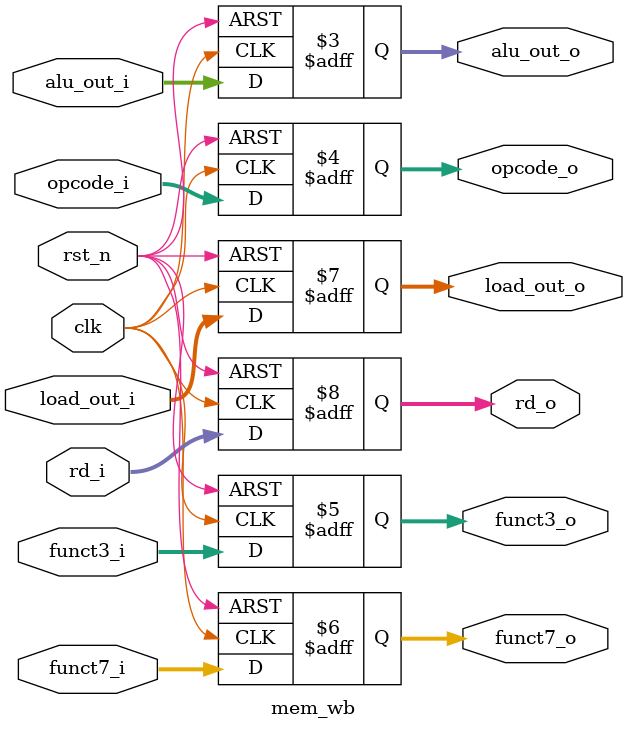
<source format=v>
`include "../define.v"

module mem_wb (
input clk,
input rst_n,
input [31:0] alu_out_i,
input [6:0] opcode_i,
input [2:0] funct3_i,
input [6:0] funct7_i,
input [31:0] load_out_i,
input [4:0] rd_i,
output reg [31:0] alu_out_o,
output reg [6:0] opcode_o,
output reg [2:0] funct3_o,
output reg [6:0] funct7_o,
output reg [31:0] load_out_o,
output reg [4:0] rd_o
);

always @(posedge clk or negedge rst_n) begin
    if (~rst_n) begin
        alu_out_o <= 0;
        opcode_o <= 0;
        funct3_o <= 0;
        funct7_o <= 0;
        load_out_o <= 0;
        rd_o <= 0;
    end else begin
        alu_out_o <= alu_out_i;
        opcode_o <= opcode_i;
        funct3_o <= funct3_i;
        funct7_o <= funct7_i;
        load_out_o <= load_out_i;
        rd_o <= rd_i;
    end
end

endmodule
</source>
